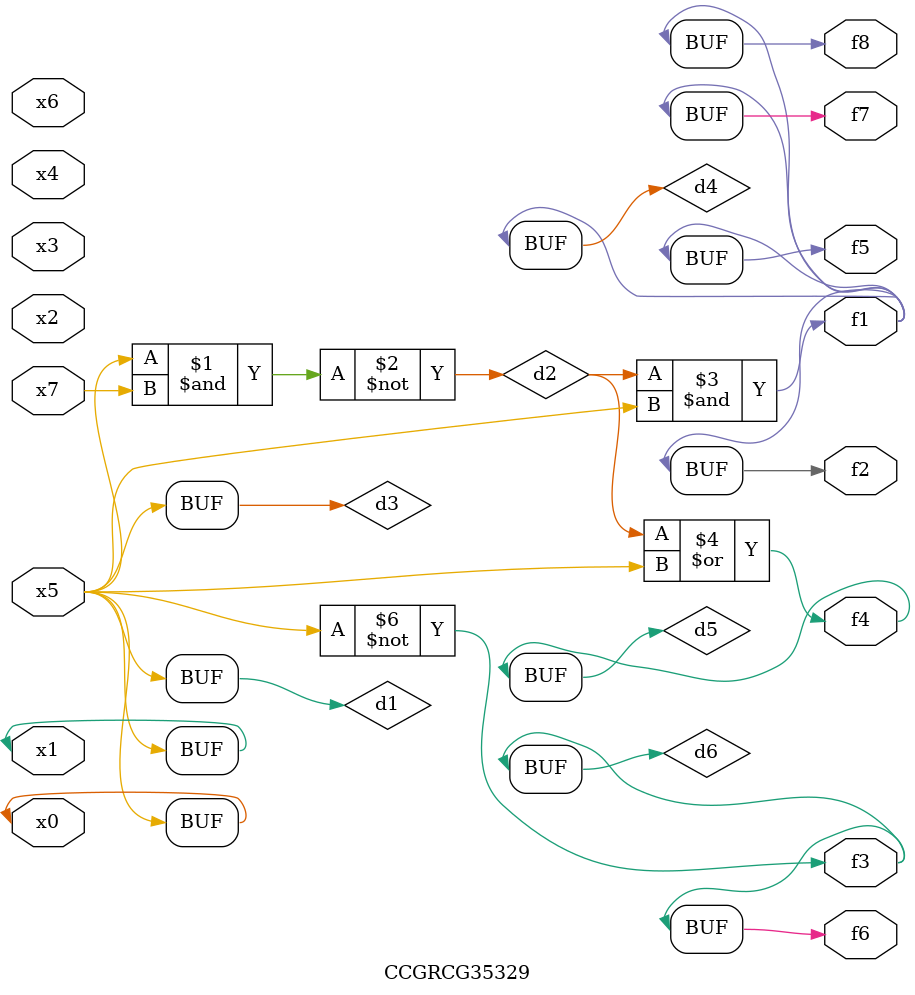
<source format=v>
module CCGRCG35329(
	input x0, x1, x2, x3, x4, x5, x6, x7,
	output f1, f2, f3, f4, f5, f6, f7, f8
);

	wire d1, d2, d3, d4, d5, d6;

	buf (d1, x0, x5);
	nand (d2, x5, x7);
	buf (d3, x0, x1);
	and (d4, d2, d3);
	or (d5, d2, d3);
	nor (d6, d1, d3);
	assign f1 = d4;
	assign f2 = d4;
	assign f3 = d6;
	assign f4 = d5;
	assign f5 = d4;
	assign f6 = d6;
	assign f7 = d4;
	assign f8 = d4;
endmodule

</source>
